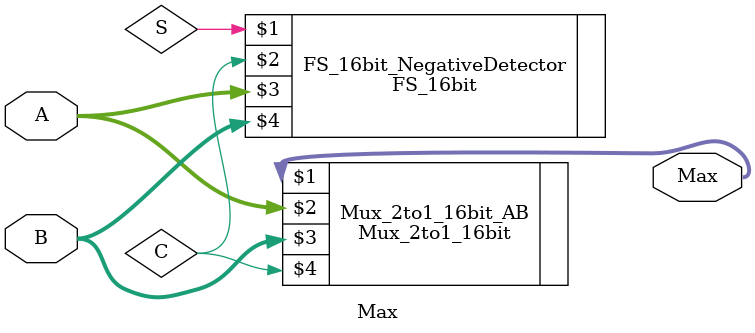
<source format=v>
module Max (Max, A, B);
	output [15:0] Max;
	input [15:0]A;
	input [15:0]B;
	
	FS_16bit FS_16bit_NegativeDetector (S, C, A, B);
	Mux_2to1_16bit Mux_2to1_16bit_AB (Max, A, B, C);
	
endmodule
</source>
